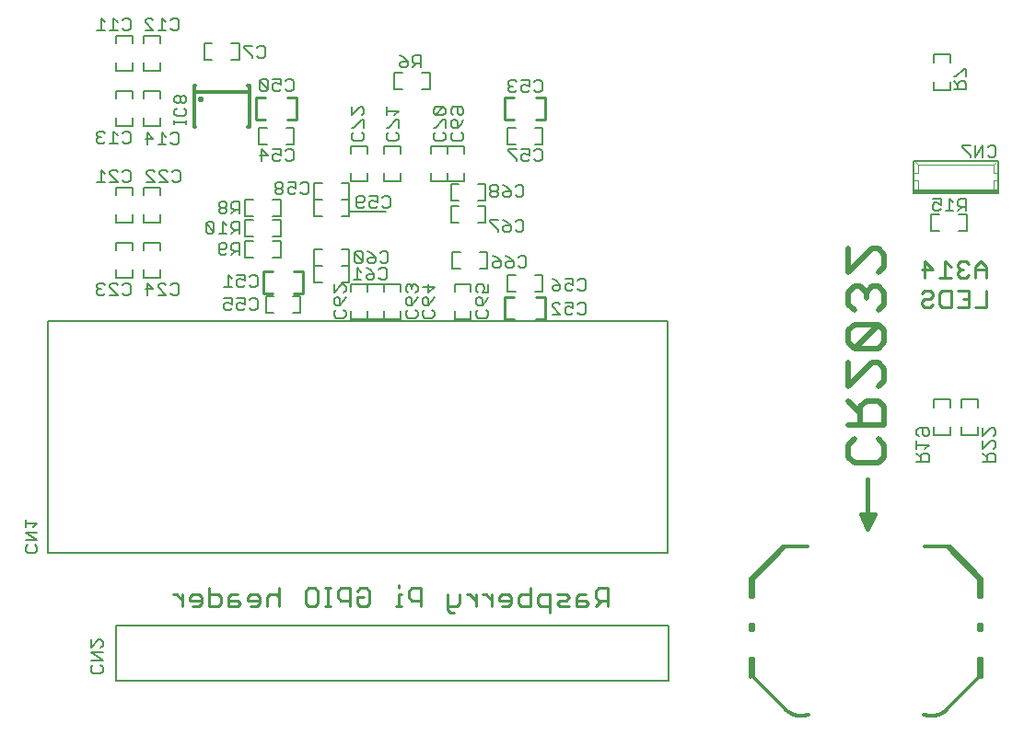
<source format=gbo>
G75*
%MOIN*%
%OFA0B0*%
%FSLAX25Y25*%
%IPPOS*%
%LPD*%
%AMOC8*
5,1,8,0,0,1.08239X$1,22.5*
%
%ADD10C,0.02000*%
%ADD11C,0.01000*%
%ADD12C,0.00900*%
%ADD13C,0.00591*%
%ADD14C,0.00700*%
%ADD15C,0.01600*%
%ADD16C,0.01200*%
%ADD17C,0.00500*%
%ADD18C,0.00787*%
%ADD19C,0.02236*%
%ADD20C,0.00600*%
%ADD21C,0.00800*%
%ADD22C,0.00200*%
%ADD23R,0.30512X0.01476*%
D10*
X0341657Y0175495D02*
X0343826Y0173327D01*
X0352500Y0173327D01*
X0354669Y0175495D01*
X0354669Y0179832D01*
X0352500Y0182001D01*
X0354669Y0187139D02*
X0354669Y0193644D01*
X0352500Y0195813D01*
X0348163Y0195813D01*
X0345995Y0193644D01*
X0345995Y0187139D01*
X0345995Y0191476D02*
X0341657Y0195813D01*
X0341657Y0200950D02*
X0350332Y0209624D01*
X0352500Y0209624D01*
X0354669Y0207456D01*
X0354669Y0203119D01*
X0352500Y0200950D01*
X0341657Y0200950D02*
X0341657Y0209624D01*
X0343826Y0214762D02*
X0352500Y0223436D01*
X0343826Y0223436D01*
X0341657Y0221268D01*
X0341657Y0216931D01*
X0343826Y0214762D01*
X0352500Y0214762D01*
X0354669Y0216931D01*
X0354669Y0221268D01*
X0352500Y0223436D01*
X0352500Y0228574D02*
X0354669Y0230742D01*
X0354669Y0235080D01*
X0352500Y0237248D01*
X0350332Y0237248D01*
X0348163Y0235080D01*
X0345995Y0237248D01*
X0343826Y0237248D01*
X0341657Y0235080D01*
X0341657Y0230742D01*
X0343826Y0228574D01*
X0348163Y0232911D02*
X0348163Y0235080D01*
X0352500Y0242386D02*
X0354669Y0244554D01*
X0354669Y0248891D01*
X0352500Y0251060D01*
X0350332Y0251060D01*
X0341657Y0242386D01*
X0341657Y0251060D01*
X0341657Y0187139D02*
X0354669Y0187139D01*
X0343826Y0182001D02*
X0341657Y0179832D01*
X0341657Y0175495D01*
D11*
X0254657Y0127932D02*
X0254657Y0121327D01*
X0254657Y0123529D02*
X0251355Y0123529D01*
X0250254Y0124630D01*
X0250254Y0126831D01*
X0251355Y0127932D01*
X0254657Y0127932D01*
X0252456Y0123529D02*
X0250254Y0121327D01*
X0247660Y0122428D02*
X0246559Y0123529D01*
X0243256Y0123529D01*
X0243256Y0124630D02*
X0243256Y0121327D01*
X0246559Y0121327D01*
X0247660Y0122428D01*
X0246559Y0125731D02*
X0244357Y0125731D01*
X0243256Y0124630D01*
X0240662Y0124630D02*
X0239561Y0125731D01*
X0236258Y0125731D01*
X0237359Y0123529D02*
X0239561Y0123529D01*
X0240662Y0124630D01*
X0240662Y0121327D02*
X0237359Y0121327D01*
X0236258Y0122428D01*
X0237359Y0123529D01*
X0233664Y0125731D02*
X0233664Y0119125D01*
X0233664Y0121327D02*
X0230361Y0121327D01*
X0229260Y0122428D01*
X0229260Y0124630D01*
X0230361Y0125731D01*
X0233664Y0125731D01*
X0226666Y0125731D02*
X0223363Y0125731D01*
X0222262Y0124630D01*
X0222262Y0122428D01*
X0223363Y0121327D01*
X0226666Y0121327D01*
X0226666Y0127932D01*
X0219668Y0124630D02*
X0219668Y0122428D01*
X0218567Y0121327D01*
X0216365Y0121327D01*
X0215264Y0123529D02*
X0219668Y0123529D01*
X0219668Y0124630D02*
X0218567Y0125731D01*
X0216365Y0125731D01*
X0215264Y0124630D01*
X0215264Y0123529D01*
X0212670Y0123529D02*
X0210468Y0125731D01*
X0209367Y0125731D01*
X0206838Y0125731D02*
X0206838Y0121327D01*
X0206838Y0123529D02*
X0204636Y0125731D01*
X0203535Y0125731D01*
X0201006Y0125731D02*
X0201006Y0122428D01*
X0199905Y0121327D01*
X0196603Y0121327D01*
X0196603Y0120226D02*
X0197704Y0119125D01*
X0198805Y0119125D01*
X0196603Y0120226D02*
X0196603Y0125731D01*
X0187010Y0127932D02*
X0187010Y0121327D01*
X0187010Y0123529D02*
X0183708Y0123529D01*
X0182607Y0124630D01*
X0182607Y0126831D01*
X0183708Y0127932D01*
X0187010Y0127932D01*
X0180012Y0125731D02*
X0178912Y0125731D01*
X0178912Y0121327D01*
X0180012Y0121327D02*
X0177811Y0121327D01*
X0178912Y0127932D02*
X0178912Y0129033D01*
X0168349Y0126831D02*
X0168349Y0122428D01*
X0167248Y0121327D01*
X0165046Y0121327D01*
X0163945Y0122428D01*
X0163945Y0124630D01*
X0166147Y0124630D01*
X0163945Y0126831D02*
X0165046Y0127932D01*
X0167248Y0127932D01*
X0168349Y0126831D01*
X0161351Y0127932D02*
X0161351Y0121327D01*
X0161351Y0123529D02*
X0158048Y0123529D01*
X0156947Y0124630D01*
X0156947Y0126831D01*
X0158048Y0127932D01*
X0161351Y0127932D01*
X0154353Y0127932D02*
X0152151Y0127932D01*
X0153252Y0127932D02*
X0153252Y0121327D01*
X0154353Y0121327D02*
X0152151Y0121327D01*
X0149688Y0122428D02*
X0149688Y0126831D01*
X0148587Y0127932D01*
X0146385Y0127932D01*
X0145284Y0126831D01*
X0145284Y0122428D01*
X0146385Y0121327D01*
X0148587Y0121327D01*
X0149688Y0122428D01*
X0135692Y0121327D02*
X0135692Y0127932D01*
X0134591Y0125731D02*
X0132389Y0125731D01*
X0131288Y0124630D01*
X0131288Y0121327D01*
X0128694Y0122428D02*
X0128694Y0124630D01*
X0127593Y0125731D01*
X0125391Y0125731D01*
X0124290Y0124630D01*
X0124290Y0123529D01*
X0128694Y0123529D01*
X0128694Y0122428D02*
X0127593Y0121327D01*
X0125391Y0121327D01*
X0121696Y0122428D02*
X0120595Y0123529D01*
X0117292Y0123529D01*
X0117292Y0124630D02*
X0117292Y0121327D01*
X0120595Y0121327D01*
X0121696Y0122428D01*
X0120595Y0125731D02*
X0118393Y0125731D01*
X0117292Y0124630D01*
X0114698Y0124630D02*
X0113597Y0125731D01*
X0110294Y0125731D01*
X0110294Y0127932D02*
X0110294Y0121327D01*
X0113597Y0121327D01*
X0114698Y0122428D01*
X0114698Y0124630D01*
X0107700Y0124630D02*
X0107700Y0122428D01*
X0106599Y0121327D01*
X0104397Y0121327D01*
X0103296Y0123529D02*
X0107700Y0123529D01*
X0107700Y0124630D02*
X0106599Y0125731D01*
X0104397Y0125731D01*
X0103296Y0124630D01*
X0103296Y0123529D01*
X0100702Y0123529D02*
X0098500Y0125731D01*
X0097399Y0125731D01*
X0100702Y0125731D02*
X0100702Y0121327D01*
X0134591Y0125731D02*
X0135692Y0124630D01*
X0212670Y0125731D02*
X0212670Y0121327D01*
X0217374Y0225390D02*
X0217374Y0233264D01*
X0220720Y0233264D01*
X0220720Y0225390D02*
X0217374Y0225390D01*
X0228594Y0225390D02*
X0231941Y0225390D01*
X0231941Y0233264D01*
X0228594Y0233264D01*
X0228594Y0297890D02*
X0231941Y0297890D01*
X0231941Y0305764D01*
X0228594Y0305764D01*
X0220720Y0305764D02*
X0217374Y0305764D01*
X0217374Y0297890D01*
X0220720Y0297890D01*
X0144441Y0242764D02*
X0144441Y0234890D01*
X0141094Y0234890D01*
X0133220Y0234890D02*
X0129874Y0234890D01*
X0129874Y0242764D01*
X0133220Y0242764D01*
X0141094Y0242764D02*
X0144441Y0242764D01*
X0141941Y0297890D02*
X0138594Y0297890D01*
X0141941Y0297890D02*
X0141941Y0305764D01*
X0138594Y0305764D01*
X0130720Y0305764D02*
X0127374Y0305764D01*
X0127374Y0297890D01*
X0130720Y0297890D01*
D12*
X0368301Y0243329D02*
X0372371Y0243329D01*
X0369318Y0246382D01*
X0369318Y0240277D01*
X0369318Y0235882D02*
X0368301Y0234864D01*
X0369318Y0235882D02*
X0371353Y0235882D01*
X0372371Y0234864D01*
X0372371Y0233847D01*
X0371353Y0232829D01*
X0369318Y0232829D01*
X0368301Y0231812D01*
X0368301Y0230794D01*
X0369318Y0229777D01*
X0371353Y0229777D01*
X0372371Y0230794D01*
X0374746Y0230794D02*
X0375764Y0229777D01*
X0378816Y0229777D01*
X0378816Y0235882D01*
X0375764Y0235882D01*
X0374746Y0234864D01*
X0374746Y0230794D01*
X0381192Y0229777D02*
X0385262Y0229777D01*
X0385262Y0235882D01*
X0381192Y0235882D01*
X0383227Y0232829D02*
X0385262Y0232829D01*
X0387637Y0229777D02*
X0391707Y0229777D01*
X0391707Y0235882D01*
X0391707Y0240277D02*
X0391707Y0244347D01*
X0389672Y0246382D01*
X0387637Y0244347D01*
X0387637Y0240277D01*
X0385262Y0241294D02*
X0384244Y0240277D01*
X0382209Y0240277D01*
X0381192Y0241294D01*
X0381192Y0242312D01*
X0382209Y0243329D01*
X0383227Y0243329D01*
X0382209Y0243329D02*
X0381192Y0244347D01*
X0381192Y0245364D01*
X0382209Y0246382D01*
X0384244Y0246382D01*
X0385262Y0245364D01*
X0387637Y0243329D02*
X0391707Y0243329D01*
X0378816Y0244347D02*
X0376781Y0246382D01*
X0376781Y0240277D01*
X0378816Y0240277D02*
X0374746Y0240277D01*
D13*
X0174157Y0264327D02*
X0161157Y0264327D01*
D14*
X0163731Y0266394D02*
X0163731Y0269263D01*
X0164448Y0269980D01*
X0165882Y0269980D01*
X0166600Y0269263D01*
X0166600Y0268546D01*
X0165882Y0267829D01*
X0163731Y0267829D01*
X0163731Y0266394D02*
X0164448Y0265677D01*
X0165882Y0265677D01*
X0166600Y0266394D01*
X0168334Y0266394D02*
X0168334Y0267829D01*
X0169052Y0268546D01*
X0169769Y0268546D01*
X0171204Y0267829D01*
X0171204Y0269980D01*
X0168334Y0269980D01*
X0168334Y0266394D02*
X0169052Y0265677D01*
X0170486Y0265677D01*
X0171204Y0266394D01*
X0172938Y0266394D02*
X0173656Y0265677D01*
X0175090Y0265677D01*
X0175807Y0266394D01*
X0175807Y0269263D01*
X0175090Y0269980D01*
X0173656Y0269980D01*
X0172938Y0269263D01*
X0172967Y0249980D02*
X0174402Y0249980D01*
X0175119Y0249263D01*
X0175119Y0246394D01*
X0174402Y0245677D01*
X0172967Y0245677D01*
X0172250Y0246394D01*
X0170515Y0246394D02*
X0169798Y0245677D01*
X0168364Y0245677D01*
X0167646Y0246394D01*
X0167646Y0247111D01*
X0168364Y0247829D01*
X0170515Y0247829D01*
X0170515Y0246394D01*
X0170515Y0247829D02*
X0169081Y0249263D01*
X0167646Y0249980D01*
X0165911Y0249263D02*
X0165194Y0249980D01*
X0163760Y0249980D01*
X0163042Y0249263D01*
X0165911Y0246394D01*
X0165194Y0245677D01*
X0163760Y0245677D01*
X0163042Y0246394D01*
X0163042Y0249263D01*
X0165911Y0249263D02*
X0165911Y0246394D01*
X0167146Y0243980D02*
X0168581Y0243263D01*
X0170015Y0241829D01*
X0167864Y0241829D01*
X0167146Y0241111D01*
X0167146Y0240394D01*
X0167864Y0239677D01*
X0169298Y0239677D01*
X0170015Y0240394D01*
X0170015Y0241829D01*
X0171750Y0243263D02*
X0172467Y0243980D01*
X0173902Y0243980D01*
X0174619Y0243263D01*
X0174619Y0240394D01*
X0173902Y0239677D01*
X0172467Y0239677D01*
X0171750Y0240394D01*
X0165411Y0239677D02*
X0162542Y0239677D01*
X0163977Y0239677D02*
X0163977Y0243980D01*
X0165411Y0242546D01*
X0159811Y0237225D02*
X0159811Y0235790D01*
X0159094Y0235073D01*
X0159811Y0233338D02*
X0159094Y0231903D01*
X0157659Y0230469D01*
X0157659Y0232621D01*
X0156942Y0233338D01*
X0156225Y0233338D01*
X0155507Y0232621D01*
X0155507Y0231186D01*
X0156225Y0230469D01*
X0157659Y0230469D01*
X0156225Y0228734D02*
X0155507Y0228017D01*
X0155507Y0226582D01*
X0156225Y0225865D01*
X0159094Y0225865D01*
X0159811Y0226582D01*
X0159811Y0228017D01*
X0159094Y0228734D01*
X0155507Y0235073D02*
X0158377Y0237942D01*
X0159094Y0237942D01*
X0159811Y0237225D01*
X0155507Y0237942D02*
X0155507Y0235073D01*
X0172250Y0249263D02*
X0172967Y0249980D01*
X0182225Y0237942D02*
X0181507Y0237225D01*
X0181507Y0235790D01*
X0182225Y0235073D01*
X0182225Y0233338D02*
X0182942Y0233338D01*
X0183659Y0232621D01*
X0183659Y0230469D01*
X0182225Y0230469D01*
X0181507Y0231186D01*
X0181507Y0232621D01*
X0182225Y0233338D01*
X0185094Y0231903D02*
X0183659Y0230469D01*
X0185094Y0231903D02*
X0185811Y0233338D01*
X0187507Y0232621D02*
X0188225Y0233338D01*
X0188942Y0233338D01*
X0189659Y0232621D01*
X0189659Y0230469D01*
X0188225Y0230469D01*
X0187507Y0231186D01*
X0187507Y0232621D01*
X0189659Y0230469D02*
X0191094Y0231903D01*
X0191811Y0233338D01*
X0189659Y0235073D02*
X0189659Y0237942D01*
X0187507Y0237225D02*
X0191811Y0237225D01*
X0189659Y0235073D01*
X0185811Y0235790D02*
X0185811Y0237225D01*
X0185094Y0237942D01*
X0184377Y0237942D01*
X0183659Y0237225D01*
X0182942Y0237942D01*
X0182225Y0237942D01*
X0183659Y0237225D02*
X0183659Y0236507D01*
X0185094Y0235073D02*
X0185811Y0235790D01*
X0185094Y0228734D02*
X0185811Y0228017D01*
X0185811Y0226582D01*
X0185094Y0225865D01*
X0182225Y0225865D01*
X0181507Y0226582D01*
X0181507Y0228017D01*
X0182225Y0228734D01*
X0187507Y0228017D02*
X0188225Y0228734D01*
X0187507Y0228017D02*
X0187507Y0226582D01*
X0188225Y0225865D01*
X0191094Y0225865D01*
X0191811Y0226582D01*
X0191811Y0228017D01*
X0191094Y0228734D01*
X0207007Y0228017D02*
X0207725Y0228734D01*
X0207007Y0228017D02*
X0207007Y0226582D01*
X0207725Y0225865D01*
X0210594Y0225865D01*
X0211311Y0226582D01*
X0211311Y0228017D01*
X0210594Y0228734D01*
X0209159Y0230469D02*
X0209159Y0232621D01*
X0208442Y0233338D01*
X0207725Y0233338D01*
X0207007Y0232621D01*
X0207007Y0231186D01*
X0207725Y0230469D01*
X0209159Y0230469D01*
X0210594Y0231903D01*
X0211311Y0233338D01*
X0211311Y0235073D02*
X0209159Y0235073D01*
X0209877Y0236507D01*
X0209877Y0237225D01*
X0209159Y0237942D01*
X0207725Y0237942D01*
X0207007Y0237225D01*
X0207007Y0235790D01*
X0207725Y0235073D01*
X0211311Y0235073D02*
X0211311Y0237942D01*
X0213760Y0244177D02*
X0213042Y0244894D01*
X0213042Y0245611D01*
X0213760Y0246329D01*
X0215911Y0246329D01*
X0215911Y0244894D01*
X0215194Y0244177D01*
X0213760Y0244177D01*
X0215911Y0246329D02*
X0214477Y0247763D01*
X0213042Y0248480D01*
X0217646Y0248480D02*
X0219081Y0247763D01*
X0220515Y0246329D01*
X0218364Y0246329D01*
X0217646Y0245611D01*
X0217646Y0244894D01*
X0218364Y0244177D01*
X0219798Y0244177D01*
X0220515Y0244894D01*
X0220515Y0246329D01*
X0222250Y0247763D02*
X0222967Y0248480D01*
X0224402Y0248480D01*
X0225119Y0247763D01*
X0225119Y0244894D01*
X0224402Y0244177D01*
X0222967Y0244177D01*
X0222250Y0244894D01*
X0221967Y0257177D02*
X0221250Y0257894D01*
X0221967Y0257177D02*
X0223402Y0257177D01*
X0224119Y0257894D01*
X0224119Y0260763D01*
X0223402Y0261480D01*
X0221967Y0261480D01*
X0221250Y0260763D01*
X0219515Y0259329D02*
X0217364Y0259329D01*
X0216646Y0258611D01*
X0216646Y0257894D01*
X0217364Y0257177D01*
X0218798Y0257177D01*
X0219515Y0257894D01*
X0219515Y0259329D01*
X0218081Y0260763D01*
X0216646Y0261480D01*
X0214911Y0261480D02*
X0212042Y0261480D01*
X0212042Y0260763D01*
X0214911Y0257894D01*
X0214911Y0257177D01*
X0214194Y0269677D02*
X0212760Y0269677D01*
X0212042Y0270394D01*
X0212042Y0271111D01*
X0212760Y0271829D01*
X0214194Y0271829D01*
X0214911Y0272546D01*
X0214911Y0273263D01*
X0214194Y0273980D01*
X0212760Y0273980D01*
X0212042Y0273263D01*
X0212042Y0272546D01*
X0212760Y0271829D01*
X0214194Y0271829D02*
X0214911Y0271111D01*
X0214911Y0270394D01*
X0214194Y0269677D01*
X0216646Y0270394D02*
X0217364Y0269677D01*
X0218798Y0269677D01*
X0219515Y0270394D01*
X0219515Y0271829D01*
X0217364Y0271829D01*
X0216646Y0271111D01*
X0216646Y0270394D01*
X0218081Y0273263D02*
X0219515Y0271829D01*
X0218081Y0273263D02*
X0216646Y0273980D01*
X0221250Y0273263D02*
X0221967Y0273980D01*
X0223402Y0273980D01*
X0224119Y0273263D01*
X0224119Y0270394D01*
X0223402Y0269677D01*
X0221967Y0269677D01*
X0221250Y0270394D01*
X0221600Y0282677D02*
X0221600Y0283394D01*
X0218731Y0286263D01*
X0218731Y0286980D01*
X0221600Y0286980D01*
X0223334Y0286980D02*
X0226204Y0286980D01*
X0226204Y0284829D01*
X0224769Y0285546D01*
X0224052Y0285546D01*
X0223334Y0284829D01*
X0223334Y0283394D01*
X0224052Y0282677D01*
X0225486Y0282677D01*
X0226204Y0283394D01*
X0227938Y0283394D02*
X0228656Y0282677D01*
X0230090Y0282677D01*
X0230807Y0283394D01*
X0230807Y0286263D01*
X0230090Y0286980D01*
X0228656Y0286980D01*
X0227938Y0286263D01*
X0228656Y0307677D02*
X0227938Y0308394D01*
X0228656Y0307677D02*
X0230090Y0307677D01*
X0230807Y0308394D01*
X0230807Y0311263D01*
X0230090Y0311980D01*
X0228656Y0311980D01*
X0227938Y0311263D01*
X0226204Y0311980D02*
X0226204Y0309829D01*
X0224769Y0310546D01*
X0224052Y0310546D01*
X0223334Y0309829D01*
X0223334Y0308394D01*
X0224052Y0307677D01*
X0225486Y0307677D01*
X0226204Y0308394D01*
X0226204Y0311980D02*
X0223334Y0311980D01*
X0221600Y0311263D02*
X0220882Y0311980D01*
X0219448Y0311980D01*
X0218731Y0311263D01*
X0218731Y0310546D01*
X0219448Y0309829D01*
X0218731Y0309111D01*
X0218731Y0308394D01*
X0219448Y0307677D01*
X0220882Y0307677D01*
X0221600Y0308394D01*
X0220165Y0309829D02*
X0219448Y0309829D01*
X0202311Y0301536D02*
X0202311Y0300102D01*
X0201594Y0299385D01*
X0200877Y0299385D01*
X0200159Y0300102D01*
X0200159Y0302254D01*
X0198725Y0302254D02*
X0201594Y0302254D01*
X0202311Y0301536D01*
X0198725Y0302254D02*
X0198007Y0301536D01*
X0198007Y0300102D01*
X0198725Y0299385D01*
X0198725Y0297650D02*
X0199442Y0297650D01*
X0200159Y0296933D01*
X0200159Y0294781D01*
X0198725Y0294781D01*
X0198007Y0295498D01*
X0198007Y0296933D01*
X0198725Y0297650D01*
X0195811Y0297650D02*
X0195811Y0294781D01*
X0195094Y0293046D02*
X0195811Y0292329D01*
X0195811Y0290894D01*
X0195094Y0290177D01*
X0192225Y0290177D01*
X0191507Y0290894D01*
X0191507Y0292329D01*
X0192225Y0293046D01*
X0192225Y0294781D02*
X0191507Y0294781D01*
X0192225Y0294781D02*
X0195094Y0297650D01*
X0195811Y0297650D01*
X0195094Y0299385D02*
X0192225Y0299385D01*
X0195094Y0302254D01*
X0192225Y0302254D01*
X0191507Y0301536D01*
X0191507Y0300102D01*
X0192225Y0299385D01*
X0195094Y0299385D02*
X0195811Y0300102D01*
X0195811Y0301536D01*
X0195094Y0302254D01*
X0202311Y0297650D02*
X0201594Y0296215D01*
X0200159Y0294781D01*
X0198725Y0293046D02*
X0198007Y0292329D01*
X0198007Y0290894D01*
X0198725Y0290177D01*
X0201594Y0290177D01*
X0202311Y0290894D01*
X0202311Y0292329D01*
X0201594Y0293046D01*
X0178811Y0292329D02*
X0178811Y0290894D01*
X0178094Y0290177D01*
X0175225Y0290177D01*
X0174507Y0290894D01*
X0174507Y0292329D01*
X0175225Y0293046D01*
X0175225Y0294781D02*
X0174507Y0294781D01*
X0175225Y0294781D02*
X0178094Y0297650D01*
X0178811Y0297650D01*
X0178811Y0294781D01*
X0178094Y0293046D02*
X0178811Y0292329D01*
X0177377Y0299385D02*
X0178811Y0300819D01*
X0174507Y0300819D01*
X0174507Y0299385D02*
X0174507Y0302254D01*
X0166311Y0301536D02*
X0166311Y0300102D01*
X0165594Y0299385D01*
X0165594Y0297650D02*
X0162725Y0294781D01*
X0162007Y0294781D01*
X0162725Y0293046D02*
X0162007Y0292329D01*
X0162007Y0290894D01*
X0162725Y0290177D01*
X0165594Y0290177D01*
X0166311Y0290894D01*
X0166311Y0292329D01*
X0165594Y0293046D01*
X0166311Y0294781D02*
X0166311Y0297650D01*
X0165594Y0297650D01*
X0166311Y0301536D02*
X0165594Y0302254D01*
X0164877Y0302254D01*
X0162007Y0299385D01*
X0162007Y0302254D01*
X0140807Y0308894D02*
X0140090Y0308177D01*
X0138656Y0308177D01*
X0137938Y0308894D01*
X0136204Y0308894D02*
X0135486Y0308177D01*
X0134052Y0308177D01*
X0133334Y0308894D01*
X0133334Y0310329D01*
X0134052Y0311046D01*
X0134769Y0311046D01*
X0136204Y0310329D01*
X0136204Y0312480D01*
X0133334Y0312480D01*
X0131600Y0311763D02*
X0130882Y0312480D01*
X0129448Y0312480D01*
X0128731Y0311763D01*
X0131600Y0308894D01*
X0130882Y0308177D01*
X0129448Y0308177D01*
X0128731Y0308894D01*
X0128731Y0311763D01*
X0131600Y0311763D02*
X0131600Y0308894D01*
X0137938Y0311763D02*
X0138656Y0312480D01*
X0140090Y0312480D01*
X0140807Y0311763D01*
X0140807Y0308894D01*
X0129840Y0320177D02*
X0128406Y0320177D01*
X0127688Y0320894D01*
X0125954Y0320894D02*
X0125954Y0320177D01*
X0125954Y0320894D02*
X0123084Y0323763D01*
X0123084Y0324480D01*
X0125954Y0324480D01*
X0127688Y0323763D02*
X0128406Y0324480D01*
X0129840Y0324480D01*
X0130557Y0323763D01*
X0130557Y0320894D01*
X0129840Y0320177D01*
X0102061Y0305725D02*
X0101344Y0306442D01*
X0100627Y0306442D01*
X0099909Y0305725D01*
X0099909Y0304290D01*
X0100627Y0303573D01*
X0101344Y0303573D01*
X0102061Y0304290D01*
X0102061Y0305725D01*
X0099909Y0305725D02*
X0099192Y0306442D01*
X0098475Y0306442D01*
X0097757Y0305725D01*
X0097757Y0304290D01*
X0098475Y0303573D01*
X0099192Y0303573D01*
X0099909Y0304290D01*
X0098475Y0301838D02*
X0097757Y0301121D01*
X0097757Y0299686D01*
X0098475Y0298969D01*
X0101344Y0298969D01*
X0102061Y0299686D01*
X0102061Y0301121D01*
X0101344Y0301838D01*
X0102061Y0297334D02*
X0102061Y0295900D01*
X0102061Y0296617D02*
X0097757Y0296617D01*
X0097757Y0295900D02*
X0097757Y0297334D01*
X0097156Y0292980D02*
X0096438Y0292263D01*
X0097156Y0292980D02*
X0098590Y0292980D01*
X0099307Y0292263D01*
X0099307Y0289394D01*
X0098590Y0288677D01*
X0097156Y0288677D01*
X0096438Y0289394D01*
X0094704Y0288677D02*
X0091834Y0288677D01*
X0093269Y0288677D02*
X0093269Y0292980D01*
X0094704Y0291546D01*
X0090100Y0290829D02*
X0087231Y0290829D01*
X0087948Y0292980D02*
X0087948Y0288677D01*
X0090100Y0290829D02*
X0087948Y0292980D01*
X0081807Y0292763D02*
X0081807Y0289894D01*
X0081090Y0289177D01*
X0079656Y0289177D01*
X0078938Y0289894D01*
X0077204Y0289177D02*
X0074334Y0289177D01*
X0075769Y0289177D02*
X0075769Y0293480D01*
X0077204Y0292046D01*
X0078938Y0292763D02*
X0079656Y0293480D01*
X0081090Y0293480D01*
X0081807Y0292763D01*
X0072600Y0292763D02*
X0071882Y0293480D01*
X0070448Y0293480D01*
X0069731Y0292763D01*
X0069731Y0292046D01*
X0070448Y0291329D01*
X0069731Y0290611D01*
X0069731Y0289894D01*
X0070448Y0289177D01*
X0071882Y0289177D01*
X0072600Y0289894D01*
X0071165Y0291329D02*
X0070448Y0291329D01*
X0071165Y0279480D02*
X0071165Y0275177D01*
X0069731Y0275177D02*
X0072600Y0275177D01*
X0074334Y0275177D02*
X0077204Y0275177D01*
X0074334Y0278046D01*
X0074334Y0278763D01*
X0075052Y0279480D01*
X0076486Y0279480D01*
X0077204Y0278763D01*
X0078938Y0278763D02*
X0079656Y0279480D01*
X0081090Y0279480D01*
X0081807Y0278763D01*
X0081807Y0275894D01*
X0081090Y0275177D01*
X0079656Y0275177D01*
X0078938Y0275894D01*
X0072600Y0278046D02*
X0071165Y0279480D01*
X0087731Y0278763D02*
X0088448Y0279480D01*
X0089882Y0279480D01*
X0090600Y0278763D01*
X0092334Y0278763D02*
X0093052Y0279480D01*
X0094486Y0279480D01*
X0095204Y0278763D01*
X0096938Y0278763D02*
X0097656Y0279480D01*
X0099090Y0279480D01*
X0099807Y0278763D01*
X0099807Y0275894D01*
X0099090Y0275177D01*
X0097656Y0275177D01*
X0096938Y0275894D01*
X0095204Y0275177D02*
X0092334Y0278046D01*
X0092334Y0278763D01*
X0092334Y0275177D02*
X0095204Y0275177D01*
X0090600Y0275177D02*
X0087731Y0278046D01*
X0087731Y0278763D01*
X0087731Y0275177D02*
X0090600Y0275177D01*
X0109231Y0260013D02*
X0112100Y0257144D01*
X0111382Y0256427D01*
X0109948Y0256427D01*
X0109231Y0257144D01*
X0109231Y0260013D01*
X0109948Y0260730D01*
X0111382Y0260730D01*
X0112100Y0260013D01*
X0112100Y0257144D01*
X0113834Y0256427D02*
X0116704Y0256427D01*
X0115269Y0256427D02*
X0115269Y0260730D01*
X0116704Y0259296D01*
X0118438Y0260013D02*
X0118438Y0258579D01*
X0119156Y0257861D01*
X0121307Y0257861D01*
X0119873Y0257861D02*
X0118438Y0256427D01*
X0121307Y0256427D02*
X0121307Y0260730D01*
X0119156Y0260730D01*
X0118438Y0260013D01*
X0118438Y0263677D02*
X0119873Y0265111D01*
X0119156Y0265111D02*
X0121307Y0265111D01*
X0121307Y0263677D02*
X0121307Y0267980D01*
X0119156Y0267980D01*
X0118438Y0267263D01*
X0118438Y0265829D01*
X0119156Y0265111D01*
X0116704Y0265111D02*
X0115986Y0265829D01*
X0114552Y0265829D01*
X0113834Y0265111D01*
X0113834Y0264394D01*
X0114552Y0263677D01*
X0115986Y0263677D01*
X0116704Y0264394D01*
X0116704Y0265111D01*
X0115986Y0265829D02*
X0116704Y0266546D01*
X0116704Y0267263D01*
X0115986Y0267980D01*
X0114552Y0267980D01*
X0113834Y0267263D01*
X0113834Y0266546D01*
X0114552Y0265829D01*
X0114552Y0252980D02*
X0115986Y0252980D01*
X0116704Y0252263D01*
X0116704Y0251546D01*
X0115986Y0250829D01*
X0113834Y0250829D01*
X0113834Y0252263D02*
X0113834Y0249394D01*
X0114552Y0248677D01*
X0115986Y0248677D01*
X0116704Y0249394D01*
X0118438Y0248677D02*
X0119873Y0250111D01*
X0119156Y0250111D02*
X0121307Y0250111D01*
X0121307Y0248677D02*
X0121307Y0252980D01*
X0119156Y0252980D01*
X0118438Y0252263D01*
X0118438Y0250829D01*
X0119156Y0250111D01*
X0114552Y0252980D02*
X0113834Y0252263D01*
X0117165Y0241480D02*
X0117165Y0237177D01*
X0115731Y0237177D02*
X0118600Y0237177D01*
X0120334Y0237894D02*
X0121052Y0237177D01*
X0122486Y0237177D01*
X0123204Y0237894D01*
X0123204Y0239329D02*
X0121769Y0240046D01*
X0121052Y0240046D01*
X0120334Y0239329D01*
X0120334Y0237894D01*
X0118600Y0240046D02*
X0117165Y0241480D01*
X0120334Y0241480D02*
X0123204Y0241480D01*
X0123204Y0239329D01*
X0124938Y0240763D02*
X0125656Y0241480D01*
X0127090Y0241480D01*
X0127807Y0240763D01*
X0127807Y0237894D01*
X0127090Y0237177D01*
X0125656Y0237177D01*
X0124938Y0237894D01*
X0125656Y0232980D02*
X0127090Y0232980D01*
X0127807Y0232263D01*
X0127807Y0229394D01*
X0127090Y0228677D01*
X0125656Y0228677D01*
X0124938Y0229394D01*
X0123204Y0229394D02*
X0122486Y0228677D01*
X0121052Y0228677D01*
X0120334Y0229394D01*
X0120334Y0230829D01*
X0121052Y0231546D01*
X0121769Y0231546D01*
X0123204Y0230829D01*
X0123204Y0232980D01*
X0120334Y0232980D01*
X0118600Y0232980D02*
X0118600Y0230829D01*
X0117165Y0231546D01*
X0116448Y0231546D01*
X0115731Y0230829D01*
X0115731Y0229394D01*
X0116448Y0228677D01*
X0117882Y0228677D01*
X0118600Y0229394D01*
X0118600Y0232980D02*
X0115731Y0232980D01*
X0124938Y0232263D02*
X0125656Y0232980D01*
X0099307Y0234894D02*
X0098590Y0234177D01*
X0097156Y0234177D01*
X0096438Y0234894D01*
X0094704Y0234177D02*
X0091834Y0237046D01*
X0091834Y0237763D01*
X0092552Y0238480D01*
X0093986Y0238480D01*
X0094704Y0237763D01*
X0096438Y0237763D02*
X0097156Y0238480D01*
X0098590Y0238480D01*
X0099307Y0237763D01*
X0099307Y0234894D01*
X0094704Y0234177D02*
X0091834Y0234177D01*
X0090100Y0236329D02*
X0087231Y0236329D01*
X0087948Y0238480D02*
X0087948Y0234177D01*
X0090100Y0236329D02*
X0087948Y0238480D01*
X0081807Y0237763D02*
X0081807Y0234894D01*
X0081090Y0234177D01*
X0079656Y0234177D01*
X0078938Y0234894D01*
X0077204Y0234177D02*
X0074334Y0237046D01*
X0074334Y0237763D01*
X0075052Y0238480D01*
X0076486Y0238480D01*
X0077204Y0237763D01*
X0078938Y0237763D02*
X0079656Y0238480D01*
X0081090Y0238480D01*
X0081807Y0237763D01*
X0077204Y0234177D02*
X0074334Y0234177D01*
X0072600Y0234894D02*
X0071882Y0234177D01*
X0070448Y0234177D01*
X0069731Y0234894D01*
X0069731Y0235611D01*
X0070448Y0236329D01*
X0071165Y0236329D01*
X0070448Y0236329D02*
X0069731Y0237046D01*
X0069731Y0237763D01*
X0070448Y0238480D01*
X0071882Y0238480D01*
X0072600Y0237763D01*
X0129448Y0282677D02*
X0129448Y0286980D01*
X0131600Y0284829D01*
X0128731Y0284829D01*
X0133334Y0284829D02*
X0133334Y0283394D01*
X0134052Y0282677D01*
X0135486Y0282677D01*
X0136204Y0283394D01*
X0136204Y0284829D02*
X0134769Y0285546D01*
X0134052Y0285546D01*
X0133334Y0284829D01*
X0133334Y0286980D02*
X0136204Y0286980D01*
X0136204Y0284829D01*
X0137938Y0286263D02*
X0138656Y0286980D01*
X0140090Y0286980D01*
X0140807Y0286263D01*
X0140807Y0283394D01*
X0140090Y0282677D01*
X0138656Y0282677D01*
X0137938Y0283394D01*
X0138834Y0274980D02*
X0141704Y0274980D01*
X0141704Y0272829D01*
X0140269Y0273546D01*
X0139552Y0273546D01*
X0138834Y0272829D01*
X0138834Y0271394D01*
X0139552Y0270677D01*
X0140986Y0270677D01*
X0141704Y0271394D01*
X0143438Y0271394D02*
X0144156Y0270677D01*
X0145590Y0270677D01*
X0146307Y0271394D01*
X0146307Y0274263D01*
X0145590Y0274980D01*
X0144156Y0274980D01*
X0143438Y0274263D01*
X0137100Y0274263D02*
X0137100Y0273546D01*
X0136382Y0272829D01*
X0134948Y0272829D01*
X0134231Y0272111D01*
X0134231Y0271394D01*
X0134948Y0270677D01*
X0136382Y0270677D01*
X0137100Y0271394D01*
X0137100Y0272111D01*
X0136382Y0272829D01*
X0134948Y0272829D02*
X0134231Y0273546D01*
X0134231Y0274263D01*
X0134948Y0274980D01*
X0136382Y0274980D01*
X0137100Y0274263D01*
X0098590Y0330177D02*
X0097156Y0330177D01*
X0096438Y0330894D01*
X0094704Y0330177D02*
X0091834Y0330177D01*
X0093269Y0330177D02*
X0093269Y0334480D01*
X0094704Y0333046D01*
X0096438Y0333763D02*
X0097156Y0334480D01*
X0098590Y0334480D01*
X0099307Y0333763D01*
X0099307Y0330894D01*
X0098590Y0330177D01*
X0090100Y0330177D02*
X0087231Y0333046D01*
X0087231Y0333763D01*
X0087948Y0334480D01*
X0089382Y0334480D01*
X0090100Y0333763D01*
X0090100Y0330177D02*
X0087231Y0330177D01*
X0081807Y0330894D02*
X0081807Y0333763D01*
X0081090Y0334480D01*
X0079656Y0334480D01*
X0078938Y0333763D01*
X0077204Y0333046D02*
X0075769Y0334480D01*
X0075769Y0330177D01*
X0077204Y0330177D02*
X0074334Y0330177D01*
X0072600Y0330177D02*
X0069731Y0330177D01*
X0071165Y0330177D02*
X0071165Y0334480D01*
X0072600Y0333046D01*
X0078938Y0330894D02*
X0079656Y0330177D01*
X0081090Y0330177D01*
X0081807Y0330894D01*
X0234542Y0239980D02*
X0235977Y0239263D01*
X0237411Y0237829D01*
X0235260Y0237829D01*
X0234542Y0237111D01*
X0234542Y0236394D01*
X0235260Y0235677D01*
X0236694Y0235677D01*
X0237411Y0236394D01*
X0237411Y0237829D01*
X0239146Y0237829D02*
X0239146Y0236394D01*
X0239864Y0235677D01*
X0241298Y0235677D01*
X0242015Y0236394D01*
X0242015Y0237829D02*
X0240581Y0238546D01*
X0239864Y0238546D01*
X0239146Y0237829D01*
X0239146Y0239980D02*
X0242015Y0239980D01*
X0242015Y0237829D01*
X0243750Y0239263D02*
X0244467Y0239980D01*
X0245902Y0239980D01*
X0246619Y0239263D01*
X0246619Y0236394D01*
X0245902Y0235677D01*
X0244467Y0235677D01*
X0243750Y0236394D01*
X0244467Y0231480D02*
X0245902Y0231480D01*
X0246619Y0230763D01*
X0246619Y0227894D01*
X0245902Y0227177D01*
X0244467Y0227177D01*
X0243750Y0227894D01*
X0242015Y0227894D02*
X0241298Y0227177D01*
X0239864Y0227177D01*
X0239146Y0227894D01*
X0239146Y0229329D01*
X0239864Y0230046D01*
X0240581Y0230046D01*
X0242015Y0229329D01*
X0242015Y0231480D01*
X0239146Y0231480D01*
X0237411Y0230763D02*
X0236694Y0231480D01*
X0235260Y0231480D01*
X0234542Y0230763D01*
X0234542Y0230046D01*
X0237411Y0227177D01*
X0234542Y0227177D01*
X0243750Y0230763D02*
X0244467Y0231480D01*
X0382979Y0287653D02*
X0385848Y0284784D01*
X0385848Y0284067D01*
X0387582Y0284067D02*
X0387582Y0288370D01*
X0385848Y0288370D02*
X0382979Y0288370D01*
X0382979Y0287653D01*
X0387582Y0284067D02*
X0390452Y0288370D01*
X0390452Y0284067D01*
X0392186Y0284784D02*
X0392904Y0284067D01*
X0394338Y0284067D01*
X0395056Y0284784D01*
X0395056Y0287653D01*
X0394338Y0288370D01*
X0392904Y0288370D01*
X0392186Y0287653D01*
X0071811Y0108536D02*
X0071811Y0107102D01*
X0071094Y0106385D01*
X0071811Y0104650D02*
X0067507Y0104650D01*
X0071811Y0101781D01*
X0067507Y0101781D01*
X0068225Y0100046D02*
X0067507Y0099329D01*
X0067507Y0097894D01*
X0068225Y0097177D01*
X0071094Y0097177D01*
X0071811Y0097894D01*
X0071811Y0099329D01*
X0071094Y0100046D01*
X0067507Y0106385D02*
X0070377Y0109254D01*
X0071094Y0109254D01*
X0071811Y0108536D01*
X0067507Y0109254D02*
X0067507Y0106385D01*
X0047389Y0140728D02*
X0044520Y0140728D01*
X0043803Y0141445D01*
X0043803Y0142880D01*
X0044520Y0143597D01*
X0043803Y0145332D02*
X0048106Y0145332D01*
X0043803Y0148201D01*
X0048106Y0148201D01*
X0046672Y0149936D02*
X0048106Y0151370D01*
X0043803Y0151370D01*
X0043803Y0149936D02*
X0043803Y0152805D01*
X0047389Y0143597D02*
X0048106Y0142880D01*
X0048106Y0141445D01*
X0047389Y0140728D01*
D15*
X0346157Y0154827D02*
X0351157Y0154827D01*
X0348657Y0149327D01*
X0346157Y0154827D01*
X0346550Y0153964D02*
X0350765Y0153964D01*
X0350039Y0152366D02*
X0347276Y0152366D01*
X0348003Y0150767D02*
X0349312Y0150767D01*
X0348657Y0149327D02*
X0348657Y0167327D01*
D16*
X0369417Y0142961D02*
X0377291Y0142961D01*
X0389102Y0131150D01*
X0389102Y0124850D01*
X0389890Y0124850D01*
X0389890Y0131543D01*
X0378472Y0142961D01*
X0377291Y0142961D01*
X0389102Y0114614D02*
X0389102Y0112646D01*
X0389890Y0112646D01*
X0389890Y0114614D01*
X0389102Y0114614D01*
X0389102Y0102409D02*
X0389890Y0102409D01*
X0389890Y0095717D01*
X0389102Y0095717D01*
X0377366Y0083981D01*
X0377367Y0083980D02*
X0377229Y0083845D01*
X0377087Y0083714D01*
X0376942Y0083586D01*
X0376795Y0083462D01*
X0376644Y0083341D01*
X0376490Y0083224D01*
X0376334Y0083111D01*
X0376175Y0083002D01*
X0376013Y0082896D01*
X0375848Y0082795D01*
X0375682Y0082698D01*
X0375513Y0082605D01*
X0375341Y0082516D01*
X0375168Y0082431D01*
X0374992Y0082351D01*
X0374815Y0082274D01*
X0374635Y0082203D01*
X0374454Y0082135D01*
X0374272Y0082072D01*
X0374088Y0082014D01*
X0373902Y0081960D01*
X0373716Y0081911D01*
X0373528Y0081866D01*
X0373339Y0081826D01*
X0373149Y0081791D01*
X0372959Y0081760D01*
X0372767Y0081734D01*
X0372575Y0081712D01*
X0372383Y0081696D01*
X0372190Y0081684D01*
X0371997Y0081676D01*
X0371804Y0081674D01*
X0371611Y0081676D01*
X0371418Y0081683D01*
X0371225Y0081695D01*
X0371033Y0081711D01*
X0370841Y0081732D01*
X0370650Y0081758D01*
X0370459Y0081789D01*
X0370269Y0081824D01*
X0370080Y0081864D01*
X0369892Y0081908D01*
X0369706Y0081957D01*
X0369520Y0082011D01*
X0369336Y0082069D01*
X0369153Y0082132D01*
X0368972Y0082199D01*
X0389102Y0095717D02*
X0389102Y0102409D01*
X0327343Y0082199D02*
X0327162Y0082132D01*
X0326979Y0082069D01*
X0326795Y0082011D01*
X0326609Y0081957D01*
X0326423Y0081908D01*
X0326235Y0081864D01*
X0326046Y0081824D01*
X0325856Y0081789D01*
X0325665Y0081758D01*
X0325474Y0081732D01*
X0325282Y0081711D01*
X0325090Y0081695D01*
X0324897Y0081683D01*
X0324704Y0081676D01*
X0324511Y0081674D01*
X0324318Y0081676D01*
X0324125Y0081684D01*
X0323932Y0081696D01*
X0323740Y0081712D01*
X0323548Y0081734D01*
X0323356Y0081760D01*
X0323166Y0081791D01*
X0322976Y0081826D01*
X0322787Y0081866D01*
X0322599Y0081911D01*
X0322413Y0081960D01*
X0322227Y0082014D01*
X0322043Y0082072D01*
X0321861Y0082135D01*
X0321680Y0082203D01*
X0321500Y0082274D01*
X0321323Y0082351D01*
X0321147Y0082431D01*
X0320974Y0082516D01*
X0320802Y0082605D01*
X0320633Y0082698D01*
X0320467Y0082795D01*
X0320302Y0082896D01*
X0320140Y0083002D01*
X0319981Y0083111D01*
X0319825Y0083224D01*
X0319671Y0083341D01*
X0319520Y0083462D01*
X0319373Y0083586D01*
X0319228Y0083714D01*
X0319086Y0083845D01*
X0318948Y0083980D01*
X0318949Y0083981D02*
X0307213Y0095717D01*
X0307213Y0102409D01*
X0306425Y0102409D01*
X0306425Y0095717D01*
X0306425Y0112646D02*
X0307213Y0112646D01*
X0307213Y0114614D01*
X0306425Y0114614D01*
X0306425Y0112646D01*
X0306425Y0124850D02*
X0307213Y0124850D01*
X0307213Y0131150D01*
X0319024Y0142961D01*
X0317843Y0142961D01*
X0306425Y0131543D01*
X0306425Y0124850D01*
X0319024Y0142961D02*
X0326898Y0142961D01*
X0124907Y0295077D02*
X0124907Y0307577D01*
X0104907Y0307577D01*
X0104907Y0295077D01*
X0105407Y0295077D01*
X0104907Y0307577D02*
X0104907Y0310077D01*
X0105407Y0310077D01*
X0124407Y0310077D02*
X0124907Y0310077D01*
X0124907Y0307577D01*
X0124907Y0295077D02*
X0124407Y0295077D01*
D17*
X0076508Y0114465D02*
X0076508Y0094465D01*
X0276508Y0094465D01*
X0276508Y0114465D01*
X0076508Y0114465D01*
X0306425Y0095717D02*
X0307213Y0095717D01*
D18*
X0276311Y0140764D02*
X0051902Y0140764D01*
X0051902Y0224622D01*
X0276311Y0224622D01*
X0276311Y0140764D01*
X0372657Y0183327D02*
X0378657Y0183327D01*
X0378657Y0186327D01*
X0382657Y0186327D02*
X0382657Y0183327D01*
X0388657Y0183327D01*
X0388657Y0186327D01*
X0388657Y0193327D02*
X0388657Y0196327D01*
X0382657Y0196327D01*
X0382657Y0193327D01*
X0378657Y0193327D02*
X0378657Y0196327D01*
X0372657Y0196327D01*
X0372657Y0193327D01*
X0372657Y0186327D02*
X0372657Y0183327D01*
X0371657Y0257327D02*
X0374657Y0257327D01*
X0371657Y0257327D02*
X0371657Y0263327D01*
X0374657Y0263327D01*
X0381657Y0263327D02*
X0384657Y0263327D01*
X0384657Y0257327D01*
X0381657Y0257327D01*
X0378657Y0308327D02*
X0372657Y0308327D01*
X0372657Y0311327D01*
X0378657Y0311327D02*
X0378657Y0308327D01*
X0378657Y0318327D02*
X0378657Y0321327D01*
X0372657Y0321327D01*
X0372657Y0318327D01*
X0230957Y0294780D02*
X0230957Y0288874D01*
X0228157Y0288874D01*
X0228157Y0294780D02*
X0230957Y0294780D01*
X0221157Y0294780D02*
X0218358Y0294780D01*
X0218358Y0288874D01*
X0221157Y0288874D01*
X0210457Y0274280D02*
X0207657Y0274280D01*
X0210457Y0274280D02*
X0210457Y0268374D01*
X0207657Y0268374D01*
X0207657Y0266280D02*
X0210457Y0266280D01*
X0210457Y0260374D01*
X0207657Y0260374D01*
X0200657Y0260374D02*
X0197858Y0260374D01*
X0197858Y0266280D01*
X0200657Y0266280D01*
X0200657Y0268374D02*
X0197858Y0268374D01*
X0197858Y0274280D01*
X0200657Y0274280D01*
X0202610Y0275528D02*
X0202610Y0278327D01*
X0202610Y0275528D02*
X0196705Y0275528D01*
X0196705Y0278327D01*
X0196610Y0278327D02*
X0196610Y0275528D01*
X0190705Y0275528D01*
X0190705Y0278327D01*
X0190705Y0285327D02*
X0190705Y0288126D01*
X0196610Y0288126D01*
X0196610Y0285327D01*
X0196705Y0285327D02*
X0196705Y0288126D01*
X0202610Y0288126D01*
X0202610Y0285327D01*
X0179610Y0285327D02*
X0179610Y0288126D01*
X0173705Y0288126D01*
X0173705Y0285327D01*
X0167610Y0285327D02*
X0167610Y0288126D01*
X0161705Y0288126D01*
X0161705Y0285327D01*
X0161705Y0278327D02*
X0161705Y0275528D01*
X0167610Y0275528D01*
X0167610Y0278327D01*
X0160957Y0274780D02*
X0158157Y0274780D01*
X0160957Y0274780D02*
X0160957Y0268874D01*
X0158157Y0268874D01*
X0158157Y0268780D02*
X0160957Y0268780D01*
X0160957Y0262874D01*
X0158157Y0262874D01*
X0151157Y0262874D02*
X0148358Y0262874D01*
X0148358Y0268780D01*
X0151157Y0268780D01*
X0151157Y0268874D02*
X0148358Y0268874D01*
X0148358Y0274780D01*
X0151157Y0274780D01*
X0136407Y0268827D02*
X0136407Y0262827D01*
X0133407Y0262827D01*
X0133407Y0261327D02*
X0136407Y0261327D01*
X0136407Y0255327D01*
X0133407Y0255327D01*
X0133407Y0253827D02*
X0136407Y0253827D01*
X0136407Y0247827D01*
X0133407Y0247827D01*
X0126407Y0247827D02*
X0123407Y0247827D01*
X0123407Y0253827D01*
X0126407Y0253827D01*
X0126407Y0255327D02*
X0123407Y0255327D01*
X0123407Y0261327D01*
X0126407Y0261327D01*
X0126407Y0262827D02*
X0123407Y0262827D01*
X0123407Y0268827D01*
X0126407Y0268827D01*
X0133407Y0268827D02*
X0136407Y0268827D01*
X0148358Y0250780D02*
X0151157Y0250780D01*
X0148358Y0250780D02*
X0148358Y0244874D01*
X0151157Y0244874D01*
X0151157Y0244780D02*
X0148358Y0244780D01*
X0148358Y0238874D01*
X0151157Y0238874D01*
X0158157Y0238874D02*
X0160957Y0238874D01*
X0160957Y0244780D01*
X0158157Y0244780D01*
X0158157Y0244874D02*
X0160957Y0244874D01*
X0160957Y0250780D01*
X0158157Y0250780D01*
X0161705Y0238126D02*
X0161705Y0235327D01*
X0161705Y0238126D02*
X0167610Y0238126D01*
X0167610Y0235327D01*
X0167705Y0235327D02*
X0167705Y0238126D01*
X0173610Y0238126D01*
X0173610Y0235327D01*
X0173705Y0235327D02*
X0173705Y0238126D01*
X0179610Y0238126D01*
X0179610Y0235327D01*
X0179610Y0228327D02*
X0179610Y0225528D01*
X0173705Y0225528D01*
X0173705Y0228327D01*
X0173610Y0228327D02*
X0173610Y0225528D01*
X0167705Y0225528D01*
X0167705Y0228327D01*
X0167610Y0228327D02*
X0167610Y0225528D01*
X0161705Y0225528D01*
X0161705Y0228327D01*
X0143457Y0227874D02*
X0140657Y0227874D01*
X0143457Y0227874D02*
X0143457Y0233780D01*
X0140657Y0233780D01*
X0133657Y0233780D02*
X0130858Y0233780D01*
X0130858Y0227874D01*
X0133657Y0227874D01*
X0092610Y0240528D02*
X0086705Y0240528D01*
X0086705Y0243327D01*
X0082610Y0243327D02*
X0082610Y0240528D01*
X0076705Y0240528D01*
X0076705Y0243327D01*
X0076705Y0250327D02*
X0076705Y0253126D01*
X0082610Y0253126D01*
X0082610Y0250327D01*
X0086705Y0250327D02*
X0086705Y0253126D01*
X0092610Y0253126D01*
X0092610Y0250327D01*
X0092610Y0243327D02*
X0092610Y0240528D01*
X0092610Y0260528D02*
X0086705Y0260528D01*
X0086705Y0263327D01*
X0082610Y0263327D02*
X0082610Y0260528D01*
X0076705Y0260528D01*
X0076705Y0263327D01*
X0076705Y0270327D02*
X0076705Y0273126D01*
X0082610Y0273126D01*
X0082610Y0270327D01*
X0086705Y0270327D02*
X0086705Y0273126D01*
X0092610Y0273126D01*
X0092610Y0270327D01*
X0092610Y0263327D02*
X0092610Y0260528D01*
X0128358Y0288874D02*
X0131157Y0288874D01*
X0128358Y0288874D02*
X0128358Y0294780D01*
X0131157Y0294780D01*
X0138157Y0294780D02*
X0140957Y0294780D01*
X0140957Y0288874D01*
X0138157Y0288874D01*
X0121207Y0319374D02*
X0121207Y0325280D01*
X0118407Y0325280D01*
X0118407Y0319374D02*
X0121207Y0319374D01*
X0111407Y0319374D02*
X0108608Y0319374D01*
X0108608Y0325280D01*
X0111407Y0325280D01*
X0092610Y0325327D02*
X0092610Y0328126D01*
X0086705Y0328126D01*
X0086705Y0325327D01*
X0082610Y0325327D02*
X0082610Y0328126D01*
X0076705Y0328126D01*
X0076705Y0325327D01*
X0076705Y0318327D02*
X0076705Y0315528D01*
X0082610Y0315528D01*
X0082610Y0318327D01*
X0086705Y0318327D02*
X0086705Y0315528D01*
X0092610Y0315528D01*
X0092610Y0318327D01*
X0092610Y0308126D02*
X0086705Y0308126D01*
X0086705Y0305327D01*
X0082610Y0305327D02*
X0082610Y0308126D01*
X0076705Y0308126D01*
X0076705Y0305327D01*
X0076705Y0298327D02*
X0076705Y0295528D01*
X0082610Y0295528D01*
X0082610Y0298327D01*
X0086705Y0298327D02*
X0086705Y0295528D01*
X0092610Y0295528D01*
X0092610Y0298327D01*
X0092610Y0305327D02*
X0092610Y0308126D01*
X0173705Y0278327D02*
X0173705Y0275528D01*
X0179610Y0275528D01*
X0179610Y0278327D01*
X0180157Y0308827D02*
X0177157Y0308827D01*
X0177157Y0314827D01*
X0180157Y0314827D01*
X0187157Y0314827D02*
X0190157Y0314827D01*
X0190157Y0308827D01*
X0187157Y0308827D01*
X0198358Y0249780D02*
X0198358Y0243874D01*
X0201157Y0243874D01*
X0199205Y0238126D02*
X0199205Y0235327D01*
X0199205Y0238126D02*
X0205110Y0238126D01*
X0205110Y0235327D01*
X0205110Y0228327D02*
X0205110Y0225528D01*
X0199205Y0225528D01*
X0199205Y0228327D01*
X0208157Y0243874D02*
X0210957Y0243874D01*
X0210957Y0249780D01*
X0208157Y0249780D01*
X0201157Y0249780D02*
X0198358Y0249780D01*
X0218358Y0241280D02*
X0218358Y0235374D01*
X0221157Y0235374D01*
X0221157Y0241280D02*
X0218358Y0241280D01*
X0228157Y0241280D02*
X0230957Y0241280D01*
X0230957Y0235374D01*
X0228157Y0235374D01*
D19*
X0107407Y0305077D03*
D20*
X0179318Y0317361D02*
X0179318Y0318095D01*
X0180052Y0318829D01*
X0182254Y0318829D01*
X0182254Y0317361D01*
X0181520Y0316627D01*
X0180052Y0316627D01*
X0179318Y0317361D01*
X0180786Y0320297D02*
X0182254Y0318829D01*
X0183922Y0318829D02*
X0184656Y0318095D01*
X0186857Y0318095D01*
X0185390Y0318095D02*
X0183922Y0316627D01*
X0183922Y0318829D02*
X0183922Y0320297D01*
X0184656Y0321031D01*
X0186857Y0321031D01*
X0186857Y0316627D01*
X0180786Y0320297D02*
X0179318Y0321031D01*
X0366457Y0185225D02*
X0367191Y0185959D01*
X0370127Y0185959D01*
X0370861Y0185225D01*
X0370861Y0183757D01*
X0370127Y0183023D01*
X0369393Y0183023D01*
X0368659Y0183757D01*
X0368659Y0185959D01*
X0366457Y0185225D02*
X0366457Y0183757D01*
X0367191Y0183023D01*
X0366457Y0181355D02*
X0366457Y0178419D01*
X0366457Y0179887D02*
X0370861Y0179887D01*
X0369393Y0178419D01*
X0370127Y0176751D02*
X0368659Y0176751D01*
X0367925Y0176017D01*
X0367925Y0173815D01*
X0366457Y0173815D02*
X0370861Y0173815D01*
X0370861Y0176017D01*
X0370127Y0176751D01*
X0367925Y0175283D02*
X0366457Y0176751D01*
X0390457Y0176751D02*
X0391925Y0175283D01*
X0391925Y0176017D02*
X0391925Y0173815D01*
X0390457Y0173815D02*
X0394861Y0173815D01*
X0394861Y0176017D01*
X0394127Y0176751D01*
X0392659Y0176751D01*
X0391925Y0176017D01*
X0390457Y0178419D02*
X0393393Y0181355D01*
X0394127Y0181355D01*
X0394861Y0180621D01*
X0394861Y0179153D01*
X0394127Y0178419D01*
X0390457Y0178419D02*
X0390457Y0181355D01*
X0390457Y0183023D02*
X0393393Y0185959D01*
X0394127Y0185959D01*
X0394861Y0185225D01*
X0394861Y0183757D01*
X0394127Y0183023D01*
X0390457Y0183023D02*
X0390457Y0185959D01*
X0384357Y0264627D02*
X0384357Y0269031D01*
X0382156Y0269031D01*
X0381422Y0268297D01*
X0381422Y0266829D01*
X0382156Y0266095D01*
X0384357Y0266095D01*
X0382890Y0266095D02*
X0381422Y0264627D01*
X0379754Y0264627D02*
X0376818Y0264627D01*
X0378286Y0264627D02*
X0378286Y0269031D01*
X0379754Y0267563D01*
X0375150Y0266829D02*
X0373682Y0267563D01*
X0372948Y0267563D01*
X0372214Y0266829D01*
X0372214Y0265361D01*
X0372948Y0264627D01*
X0374416Y0264627D01*
X0375150Y0265361D01*
X0375150Y0266829D02*
X0375150Y0269031D01*
X0372214Y0269031D01*
X0379957Y0308627D02*
X0384361Y0308627D01*
X0384361Y0310829D01*
X0383627Y0311563D01*
X0382159Y0311563D01*
X0381425Y0310829D01*
X0381425Y0308627D01*
X0381425Y0310095D02*
X0379957Y0311563D01*
X0379957Y0313231D02*
X0380691Y0313231D01*
X0383627Y0316167D01*
X0384361Y0316167D01*
X0384361Y0313231D01*
D21*
X0395996Y0282732D02*
X0365287Y0282732D01*
X0365287Y0270921D01*
X0395996Y0270921D01*
X0395996Y0282732D01*
D22*
X0395406Y0282240D02*
X0394421Y0281256D01*
X0366862Y0281256D01*
X0365878Y0282240D01*
X0366862Y0281256D02*
X0366862Y0278303D01*
X0365386Y0278303D01*
X0365386Y0275843D02*
X0366862Y0275843D01*
X0366862Y0271906D01*
X0394421Y0271906D02*
X0394421Y0275843D01*
X0395898Y0275843D01*
X0395898Y0278303D02*
X0394421Y0278303D01*
X0394421Y0281256D01*
D23*
X0380642Y0271659D03*
M02*

</source>
